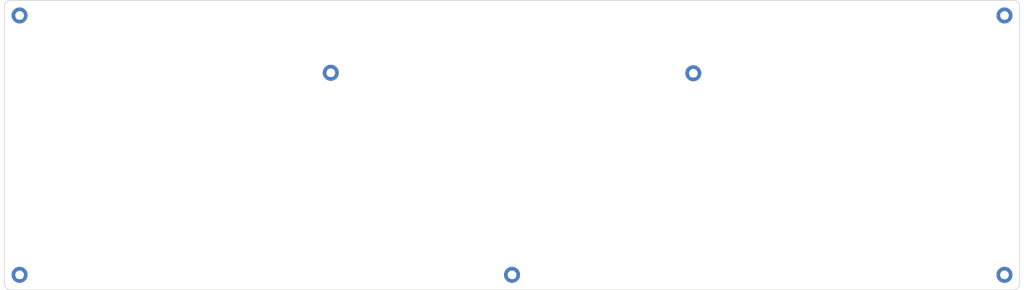
<source format=kicad_pcb>
(kicad_pcb (version 20171130) (host pcbnew "(5.1.4-0-10_14)")

  (general
    (thickness 1.6)
    (drawings 8)
    (tracks 0)
    (zones 0)
    (modules 7)
    (nets 1)
  )

  (page A4)
  (title_block
    (title "Corne Light")
    (date 2018-12-26)
    (rev 2.1)
    (company foostan)
  )

  (layers
    (0 F.Cu signal)
    (31 B.Cu signal)
    (32 B.Adhes user)
    (33 F.Adhes user)
    (34 B.Paste user)
    (35 F.Paste user)
    (36 B.SilkS user)
    (37 F.SilkS user)
    (38 B.Mask user)
    (39 F.Mask user)
    (40 Dwgs.User user)
    (41 Cmts.User user)
    (42 Eco1.User user)
    (43 Eco2.User user)
    (44 Edge.Cuts user)
    (45 Margin user)
    (46 B.CrtYd user)
    (47 F.CrtYd user)
    (48 B.Fab user)
    (49 F.Fab user)
  )

  (setup
    (last_trace_width 0.254)
    (user_trace_width 0.2032)
    (user_trace_width 0.254)
    (user_trace_width 0.5)
    (user_trace_width 0.508)
    (trace_clearance 0.2)
    (zone_clearance 0.508)
    (zone_45_only no)
    (trace_min 0.2)
    (via_size 0.6)
    (via_drill 0.4)
    (via_min_size 0.4)
    (via_min_drill 0.3)
    (uvia_size 0.3)
    (uvia_drill 0.1)
    (uvias_allowed no)
    (uvia_min_size 0.2)
    (uvia_min_drill 0.1)
    (edge_width 0.2)
    (segment_width 0.15)
    (pcb_text_width 0.3)
    (pcb_text_size 1.5 1.5)
    (mod_edge_width 0.15)
    (mod_text_size 1 1)
    (mod_text_width 0.15)
    (pad_size 0.8128 0.8128)
    (pad_drill 0.8128)
    (pad_to_mask_clearance 0.2)
    (aux_axis_origin 74.8395 91.6855)
    (grid_origin 22.1875 45.92)
    (visible_elements FFFFEF7F)
    (pcbplotparams
      (layerselection 0x010f0_ffffffff)
      (usegerberextensions true)
      (usegerberattributes false)
      (usegerberadvancedattributes false)
      (creategerberjobfile false)
      (excludeedgelayer true)
      (linewidth 0.100000)
      (plotframeref false)
      (viasonmask false)
      (mode 1)
      (useauxorigin false)
      (hpglpennumber 1)
      (hpglpenspeed 20)
      (hpglpendiameter 15.000000)
      (psnegative false)
      (psa4output false)
      (plotreference true)
      (plotvalue true)
      (plotinvisibletext false)
      (padsonsilk false)
      (subtractmaskfromsilk false)
      (outputformat 1)
      (mirror false)
      (drillshape 0)
      (scaleselection 1)
      (outputdirectory "./garber"))
  )

  (net 0 "")

  (net_class Default "これは標準のネット クラスです。"
    (clearance 0.2)
    (trace_width 0.254)
    (via_dia 0.6)
    (via_drill 0.4)
    (uvia_dia 0.3)
    (uvia_drill 0.1)
  )

  (net_class Power ""
    (clearance 0.2)
    (trace_width 0.381)
    (via_dia 0.6)
    (via_drill 0.4)
    (uvia_dia 0.3)
    (uvia_drill 0.1)
  )

  (module kbd:M2_Hole_TH (layer F.Cu) (tedit 5F7666C1) (tstamp 5F8F2D48)
    (at 265.86875 108.62625)
    (path /5F9F7E85)
    (fp_text reference H7 (at 0 0.5) (layer F.SilkS)
      (effects (font (size 1 1) (thickness 0.15)))
    )
    (fp_text value MountingHole (at 0 -0.5) (layer F.Fab)
      (effects (font (size 1 1) (thickness 0.15)))
    )
    (pad "" thru_hole circle (at 0 0) (size 4.2 4.2) (drill 2.3) (layers *.Cu *.Mask))
  )

  (module kbd:M2_Hole_TH (layer F.Cu) (tedit 5F7666C1) (tstamp 5F8F03D4)
    (at 136.4875 108.62625)
    (path /5F9F7A94)
    (fp_text reference H6 (at 0 0.5) (layer F.SilkS)
      (effects (font (size 1 1) (thickness 0.15)))
    )
    (fp_text value MountingHole (at 0 -0.5) (layer F.Fab)
      (effects (font (size 1 1) (thickness 0.15)))
    )
    (pad "" thru_hole circle (at 0 0) (size 4.2 4.2) (drill 2.3) (layers *.Cu *.Mask))
  )

  (module kbd:M2_Hole_TH (layer F.Cu) (tedit 5F7666C1) (tstamp 5F8F2D83)
    (at 7.10625 108.62625)
    (path /5F9F7780)
    (fp_text reference H5 (at 0 0.5) (layer F.SilkS)
      (effects (font (size 1 1) (thickness 0.15)))
    )
    (fp_text value MountingHole (at 0 -0.5) (layer F.Fab)
      (effects (font (size 1 1) (thickness 0.15)))
    )
    (pad "" thru_hole circle (at 0 0) (size 4.2 4.2) (drill 2.3) (layers *.Cu *.Mask))
  )

  (module kbd:M2_Hole_TH (layer F.Cu) (tedit 5F7666C1) (tstamp 5F8F03CA)
    (at 265.86875 40.36375)
    (path /5F9F748E)
    (fp_text reference H4 (at 0 0.5) (layer F.SilkS)
      (effects (font (size 1 1) (thickness 0.15)))
    )
    (fp_text value MountingHole (at 0 -0.5) (layer F.Fab)
      (effects (font (size 1 1) (thickness 0.15)))
    )
    (pad "" thru_hole circle (at 0 0) (size 4.2 4.2) (drill 2.3) (layers *.Cu *.Mask))
  )

  (module kbd:M2_Hole_TH (layer F.Cu) (tedit 5F7666C1) (tstamp 5F8F03C5)
    (at 184.1125 55.572)
    (path /5F9F6FAF)
    (fp_text reference H3 (at 0 0.5) (layer F.SilkS)
      (effects (font (size 1 1) (thickness 0.15)))
    )
    (fp_text value MountingHole (at 0 -0.5) (layer F.Fab)
      (effects (font (size 1 1) (thickness 0.15)))
    )
    (pad "" thru_hole circle (at 0 0) (size 4.2 4.2) (drill 2.3) (layers *.Cu *.Mask))
  )

  (module kbd:M2_Hole_TH (layer F.Cu) (tedit 5F7666C1) (tstamp 5F8F03C0)
    (at 88.8625 55.445)
    (path /5F9F666E)
    (fp_text reference H2 (at 0 0.5) (layer F.SilkS)
      (effects (font (size 1 1) (thickness 0.15)))
    )
    (fp_text value MountingHole (at 0 -0.5) (layer F.Fab)
      (effects (font (size 1 1) (thickness 0.15)))
    )
    (pad "" thru_hole circle (at 0 0) (size 4.2 4.2) (drill 2.3) (layers *.Cu *.Mask))
  )

  (module kbd:M2_Hole_TH (layer F.Cu) (tedit 5F7666C1) (tstamp 5F8F03BB)
    (at 7.10625 40.36375)
    (path /5F9F625E)
    (fp_text reference H1 (at 0 0.5) (layer F.SilkS)
      (effects (font (size 1 1) (thickness 0.15)))
    )
    (fp_text value MountingHole (at 0 -0.5) (layer F.Fab)
      (effects (font (size 1 1) (thickness 0.15)))
    )
    (pad "" thru_hole circle (at 0 0) (size 4.2 4.2) (drill 2.3) (layers *.Cu *.Mask))
  )

  (gr_line (start 4.725 112.595) (end 268.25 112.595) (layer Edge.Cuts) (width 0.2) (tstamp 5F8DDC52))
  (gr_line (start 3.1375 37.9825) (end 3.1375 111.0075) (layer Edge.Cuts) (width 0.2) (tstamp 5F8DDC51))
  (gr_line (start 268.25 36.395) (end 4.725 36.395) (layer Edge.Cuts) (width 0.2) (tstamp 5F8DDC50))
  (gr_line (start 269.8375 111.0075) (end 269.8375 37.9825) (layer Edge.Cuts) (width 0.2) (tstamp 5F8DDC4F))
  (gr_arc (start 268.25 111.0075) (end 268.25 112.595) (angle -90) (layer Edge.Cuts) (width 0.2))
  (gr_arc (start 268.25 37.9825) (end 269.8375 37.9825) (angle -90) (layer Edge.Cuts) (width 0.2))
  (gr_arc (start 4.725 37.9825) (end 4.725 36.395) (angle -90) (layer Edge.Cuts) (width 0.2))
  (gr_arc (start 4.725 111.0075) (end 3.1375 111.0075) (angle -90) (layer Edge.Cuts) (width 0.2))

)

</source>
